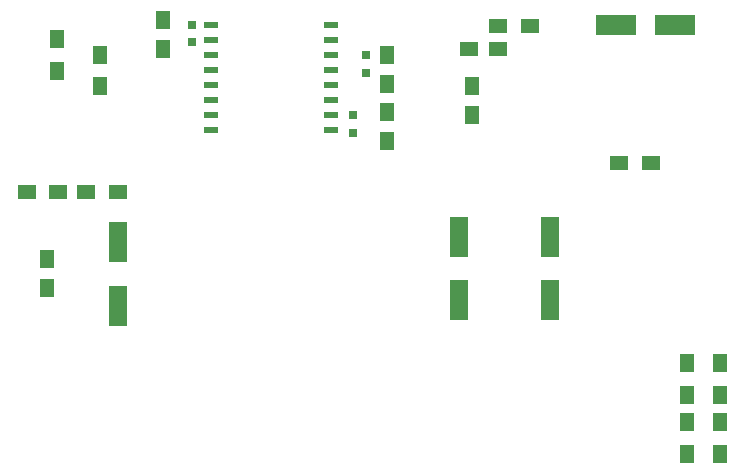
<source format=gtp>
G04 #@! TF.FileFunction,Paste,Top*
%FSLAX46Y46*%
G04 Gerber Fmt 4.6, Leading zero omitted, Abs format (unit mm)*
G04 Created by KiCad (PCBNEW 4.0.6) date 2017 August 05, Saturday 23:38:27*
%MOMM*%
%LPD*%
G01*
G04 APERTURE LIST*
%ADD10C,0.100000*%
%ADD11R,1.250000X1.500000*%
%ADD12R,1.500000X1.250000*%
%ADD13R,1.500000X1.300000*%
%ADD14R,3.500000X1.800000*%
%ADD15R,1.300000X1.500000*%
%ADD16R,1.143000X0.508000*%
%ADD17R,1.600000X3.500000*%
%ADD18R,0.750000X0.800000*%
G04 APERTURE END LIST*
D10*
D11*
X126300000Y-118350000D03*
X126300000Y-115850000D03*
D12*
X154650000Y-118300000D03*
X152150000Y-118300000D03*
D11*
X152400000Y-121432000D03*
X152400000Y-123932000D03*
X145224500Y-118828500D03*
X145224500Y-121328500D03*
X145224500Y-123654500D03*
X145224500Y-126154500D03*
D13*
X122444500Y-130429000D03*
X119744500Y-130429000D03*
D14*
X169632000Y-116332000D03*
X164632000Y-116332000D03*
D15*
X117284500Y-117458500D03*
X117284500Y-120158500D03*
D13*
X114728000Y-130429000D03*
X117428000Y-130429000D03*
D15*
X120904000Y-118792000D03*
X120904000Y-121492000D03*
D13*
X157350000Y-116400000D03*
X154650000Y-116400000D03*
X164893000Y-128016000D03*
X167593000Y-128016000D03*
D15*
X170650000Y-144900000D03*
X170650000Y-147600000D03*
X173400000Y-147600000D03*
X173400000Y-144900000D03*
D16*
X130302000Y-116332000D03*
X130302000Y-117602000D03*
X130302000Y-118872000D03*
X130302000Y-120142000D03*
X130302000Y-121412000D03*
X130302000Y-122682000D03*
X130302000Y-123952000D03*
X130302000Y-125222000D03*
X140462000Y-125222000D03*
X140462000Y-123952000D03*
X140462000Y-122682000D03*
X140462000Y-121412000D03*
X140462000Y-120142000D03*
X140462000Y-118872000D03*
X140462000Y-117602000D03*
X140462000Y-116332000D03*
D17*
X122491500Y-140050500D03*
X122491500Y-134650500D03*
D11*
X116459000Y-138600500D03*
X116459000Y-136100500D03*
D17*
X151320500Y-134206000D03*
X151320500Y-139606000D03*
X159004000Y-139606000D03*
X159004000Y-134206000D03*
D15*
X170650000Y-152600000D03*
X170650000Y-149900000D03*
X173400000Y-152600000D03*
X173400000Y-149900000D03*
D18*
X128700000Y-117750000D03*
X128700000Y-116250000D03*
X143500000Y-118850000D03*
X143500000Y-120350000D03*
X142400000Y-123950000D03*
X142400000Y-125450000D03*
M02*

</source>
